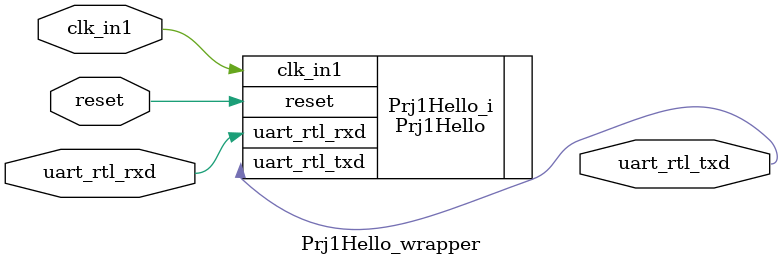
<source format=v>
`timescale 1 ps / 1 ps

module Prj1Hello_wrapper
   (clk_in1,
    reset,
    uart_rtl_rxd,
    uart_rtl_txd);
  input clk_in1;
  input reset;
  input uart_rtl_rxd;
  output uart_rtl_txd;

  wire clk_in1;
  wire reset;
  wire uart_rtl_rxd;
  wire uart_rtl_txd;

  Prj1Hello Prj1Hello_i
       (.clk_in1(clk_in1),
        .reset(reset),
        .uart_rtl_rxd(uart_rtl_rxd),
        .uart_rtl_txd(uart_rtl_txd));
endmodule

</source>
